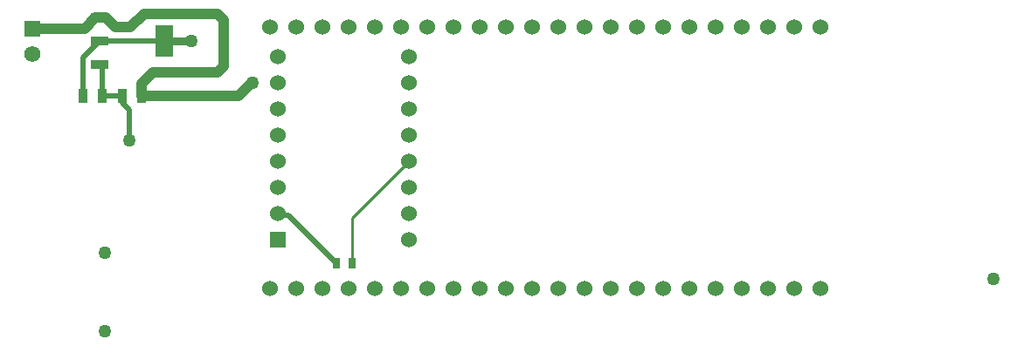
<source format=gbr>
%TF.GenerationSoftware,Altium Limited,Altium Designer,24.7.2 (38)*%
G04 Layer_Physical_Order=4*
G04 Layer_Color=16711680*
%FSLAX45Y45*%
%MOMM*%
%TF.SameCoordinates,4658354D-353F-4C49-8F46-90FD7368F250*%
%TF.FilePolarity,Positive*%
%TF.FileFunction,Copper,L4,Bot,Signal*%
%TF.Part,Single*%
G01*
G75*
%TA.AperFunction,Conductor*%
%ADD16C,0.25400*%
%ADD17C,0.76200*%
%ADD18C,0.50800*%
%ADD19C,1.01600*%
%TA.AperFunction,ComponentPad*%
%ADD20R,1.57500X1.57500*%
%ADD21C,1.57500*%
%ADD22C,1.52400*%
%ADD23R,1.52400X1.52400*%
%TA.AperFunction,ViaPad*%
%ADD24C,1.27000*%
%TA.AperFunction,SMDPad,CuDef*%
%ADD33R,0.95000X1.40000*%
%ADD34R,0.80000X1.00000*%
%ADD35R,1.76000X3.14000*%
%ADD36R,1.76000X0.88000*%
D16*
X6426200Y3136900D02*
X6972300Y3683000D01*
X6426200Y2692400D02*
Y3136900D01*
D17*
X4605100Y4851400D02*
X4864100D01*
D18*
X5714813Y3162487D02*
X5803713D01*
X5981700Y2984500D01*
X5702300Y3175000D02*
X5714813Y3162487D01*
X5984100Y2984500D02*
X6276200Y2692400D01*
X5981700Y2984500D02*
X5984100D01*
X4200100Y4248000D02*
X4267200Y4180900D01*
Y3886200D02*
Y4180900D01*
X4200100Y4248000D02*
Y4318000D01*
X3980100Y4851400D02*
X4605100D01*
X3819100Y4318000D02*
Y4690400D01*
X3980100Y4851400D01*
Y4621400D02*
X4004100Y4597400D01*
Y4318000D02*
Y4597400D01*
Y4318000D02*
X4200100D01*
D19*
X5454127Y4445000D02*
X5461000D01*
X5327127Y4318000D02*
X5454127Y4445000D01*
X4385100Y4318000D02*
X5327127D01*
X3938400Y5081400D02*
X4037200D01*
X4132000Y4986600D02*
X4275400D01*
X4037200Y5081400D02*
X4132000Y4986600D01*
X3831400Y4974400D02*
X3938400Y5081400D01*
X3327400Y4974400D02*
X3831400D01*
X4406900Y5118100D02*
X5122084D01*
X4275400Y4986600D02*
X4406900Y5118100D01*
X5181600Y4606116D02*
Y5058584D01*
X5122084Y4546600D02*
X5181600Y4606116D01*
X4492900Y4546600D02*
X5122084D01*
Y5118100D02*
X5181600Y5058584D01*
X4385100Y4438800D02*
X4492900Y4546600D01*
X4385100Y4318000D02*
Y4438800D01*
D20*
X3327400Y4974400D02*
D03*
D21*
Y4724400D02*
D03*
D22*
X6972300Y2921000D02*
D03*
Y3175000D02*
D03*
Y3429000D02*
D03*
Y3683000D02*
D03*
Y3937000D02*
D03*
Y4191000D02*
D03*
Y4445000D02*
D03*
Y4699000D02*
D03*
X5702300D02*
D03*
Y4445000D02*
D03*
Y4191000D02*
D03*
Y3937000D02*
D03*
Y3683000D02*
D03*
Y3429000D02*
D03*
Y3175000D02*
D03*
X10706100Y4991100D02*
D03*
X10452100D02*
D03*
X10198100D02*
D03*
X9944100D02*
D03*
X9690100D02*
D03*
X9436100D02*
D03*
X9182100D02*
D03*
X8928100D02*
D03*
X8674100D02*
D03*
X8420100D02*
D03*
X8166100D02*
D03*
X7912100D02*
D03*
X7658100D02*
D03*
X7404100D02*
D03*
X7150100D02*
D03*
X6896100D02*
D03*
X6642100D02*
D03*
X6388100D02*
D03*
X6134100D02*
D03*
X5880100D02*
D03*
X5626100D02*
D03*
X10960100Y2451100D02*
D03*
X10706100D02*
D03*
X10452100D02*
D03*
X10198100D02*
D03*
X9944100D02*
D03*
X9690100D02*
D03*
X9436100D02*
D03*
X9182100D02*
D03*
X8928100D02*
D03*
X8674100D02*
D03*
X8420100D02*
D03*
X8166100D02*
D03*
X7912100D02*
D03*
X7658100D02*
D03*
X7404100D02*
D03*
X6896100D02*
D03*
X6642100D02*
D03*
X6388100D02*
D03*
X6134100D02*
D03*
X5880100D02*
D03*
X5626100D02*
D03*
X7150100D02*
D03*
X10960100Y4991100D02*
D03*
D23*
X5702300Y2921000D02*
D03*
D24*
X5461000Y4445000D02*
D03*
X4025900Y2032000D02*
D03*
X4267200Y3886200D02*
D03*
X4025900Y2794000D02*
D03*
X4864100Y4851400D02*
D03*
X12636500Y2540000D02*
D03*
D33*
X4004100Y4318000D02*
D03*
X3819100D02*
D03*
X4200100D02*
D03*
X4385100D02*
D03*
D34*
X6426200Y2692400D02*
D03*
X6276200D02*
D03*
D35*
X4605100Y4851400D02*
D03*
D36*
X3980100Y5081400D02*
D03*
Y4851400D02*
D03*
Y4621400D02*
D03*
%TF.MD5,05c3a55886b640ce243a29ce1db8c44e*%
M02*

</source>
